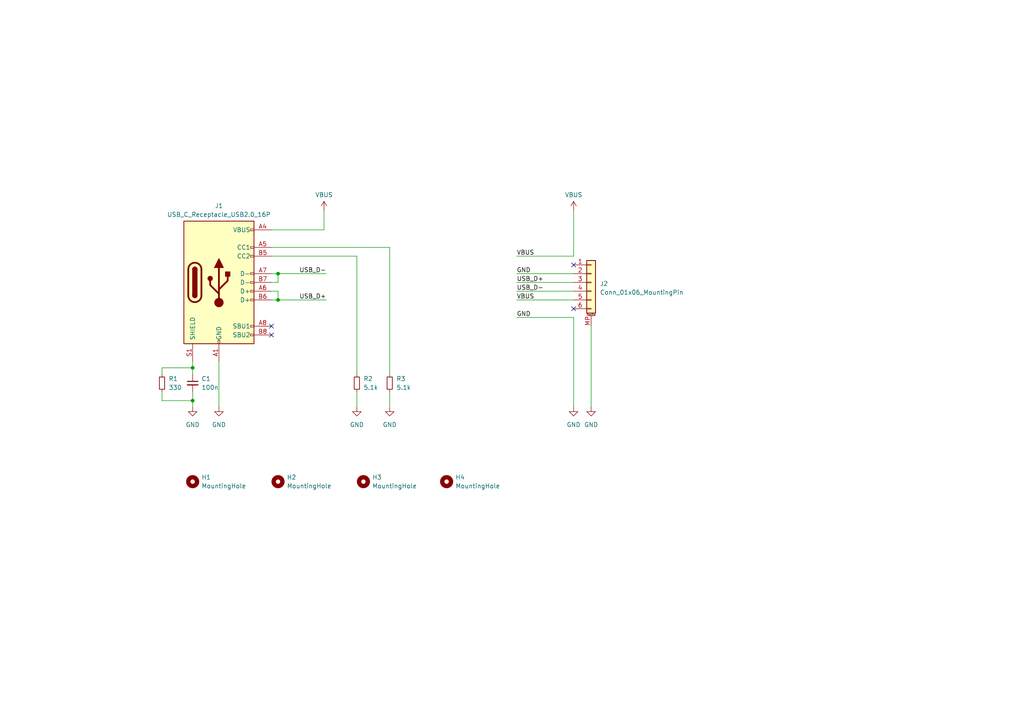
<source format=kicad_sch>
(kicad_sch (version 20231120) (generator "eeschema") (generator_version "8.0")
  (paper "A4")
  (lib_symbols
    (symbol "Connector:USB_C_Receptacle_USB2.0_16P" (pin_names (offset 1.016))
      (property "Reference" "J" (at 0 22.225 0))
      (property "Value" "USB_C_Receptacle_USB2.0_16P" (at 0 19.685 0))
      (symbol "USB_C_Receptacle_USB2.0_16P_0_0"
        (rectangle (start -0.254 -17.78) (end 0.254 -16.764))
        (rectangle (start 10.16 -14.986) (end 9.144 -15.494))
        (rectangle (start 10.16 -12.446) (end 9.144 -12.954))
        (rectangle (start 10.16 -4.826) (end 9.144 -5.334))
        (rectangle (start 10.16 -2.286) (end 9.144 -2.794))
        (rectangle (start 10.16 0.254) (end 9.144 -0.254))
        (rectangle (start 10.16 2.794) (end 9.144 2.286))
        (rectangle (start 10.16 7.874) (end 9.144 7.366))
        (rectangle (start 10.16 10.414) (end 9.144 9.906))
        (rectangle (start 10.16 15.494) (end 9.144 14.986))
      )
      (symbol "USB_C_Receptacle_USB2.0_16P_0_1"
        (rectangle (start -10.16 17.78) (end 10.16 -17.78) (stroke (width 0.254)) (fill (type background)))
        (arc (start -8.89 -3.81) (mid -6.985 -5.7067) (end -5.08 -3.81) (stroke (width 0.508)))
        (arc (start -7.62 -3.81) (mid -6.985 -4.4423) (end -6.35 -3.81) (stroke (width 0.254)))
        (arc (start -7.62 -3.81) (mid -6.985 -4.4423) (end -6.35 -3.81) (stroke (width 0.254)) (fill (type outline)))
        (rectangle (start -7.62 -3.81) (end -6.35 3.81) (stroke (width 0.254)) (fill (type outline)))
        (arc (start -6.35 3.81) (mid -6.985 4.4423) (end -7.62 3.81) (stroke (width 0.254)))
        (arc (start -6.35 3.81) (mid -6.985 4.4423) (end -7.62 3.81) (stroke (width 0.254)) (fill (type outline)))
        (arc (start -5.08 3.81) (mid -6.985 5.7067) (end -8.89 3.81) (stroke (width 0.508)))
        (circle (center -2.54 1.143) (radius 0.635) (stroke (width 0.254)) (fill (type outline)))
        (circle (center 0 -5.842) (radius 1.27) (fill (type outline)))
        (polyline (pts (xy -8.89 -3.81) (xy -8.89 3.81)) (stroke (width 0.508)))
        (polyline (pts (xy -5.08 3.81) (xy -5.08 -3.81)) (stroke (width 0.508)))
        (polyline (pts (xy 0 -5.842) (xy 0 4.318)) (stroke (width 0.508)))
        (polyline (pts (xy 0 -3.302) (xy -2.54 -0.762) (xy -2.54 0.508)) (stroke (width 0.508)))
        (polyline (pts (xy 0 -2.032) (xy 2.54 0.508) (xy 2.54 1.778)) (stroke (width 0.508)))
        (polyline (pts (xy -1.27 4.318) (xy 0 6.858) (xy 1.27 4.318) (xy -1.27 4.318)) (stroke (width 0.254)) (fill (type outline)))
        (rectangle (start 1.905 1.778) (end 3.175 3.048) (stroke (width 0.254)) (fill (type outline)))
      )
      (symbol "USB_C_Receptacle_USB2.0_16P_1_1"
        (pin passive line (at 0 -22.86 90) (length 5.08) (name "GND") (number "A1"))
        (pin passive line (at 0 -22.86 90) (length 5.08) hide (name "GND") (number "A12"))
        (pin passive line (at 15.24 15.24 180) (length 5.08) (name "VBUS") (number "A4"))
        (pin bidirectional line (at 15.24 10.16 180) (length 5.08) (name "CC1") (number "A5"))
        (pin bidirectional line (at 15.24 -2.54 180) (length 5.08) (name "D+") (number "A6"))
        (pin bidirectional line (at 15.24 2.54 180) (length 5.08) (name "D-") (number "A7"))
        (pin bidirectional line (at 15.24 -12.7 180) (length 5.08) (name "SBU1") (number "A8"))
        (pin passive line (at 15.24 15.24 180) (length 5.08) hide (name "VBUS") (number "A9"))
        (pin passive line (at 0 -22.86 90) (length 5.08) hide (name "GND") (number "B1"))
        (pin passive line (at 0 -22.86 90) (length 5.08) hide (name "GND") (number "B12"))
        (pin passive line (at 15.24 15.24 180) (length 5.08) hide (name "VBUS") (number "B4"))
        (pin bidirectional line (at 15.24 7.62 180) (length 5.08) (name "CC2") (number "B5"))
        (pin bidirectional line (at 15.24 -5.08 180) (length 5.08) (name "D+") (number "B6"))
        (pin bidirectional line (at 15.24 0 180) (length 5.08) (name "D-") (number "B7"))
        (pin bidirectional line (at 15.24 -15.24 180) (length 5.08) (name "SBU2") (number "B8"))
        (pin passive line (at 15.24 15.24 180) (length 5.08) hide (name "VBUS") (number "B9"))
        (pin passive line (at -7.62 -22.86 90) (length 5.08) (name "SHIELD") (number "S1"))
      )
    )
    (symbol "Connector_Generic_MountingPin:Conn_01x06_MountingPin" (pin_names (offset 1.016) hide)
      (property "Reference" "J" (at 0 7.62 0))
      (property "Value" "Conn_01x06_MountingPin" (at 1.27 -10.16 0))
      (symbol "Conn_01x06_MountingPin_1_1"
        (rectangle (start -1.27 -7.493) (end 0 -7.747) (stroke (width 0.1524)))
        (rectangle (start -1.27 -4.953) (end 0 -5.207) (stroke (width 0.1524)))
        (rectangle (start -1.27 -2.413) (end 0 -2.667) (stroke (width 0.1524)))
        (rectangle (start -1.27 0.127) (end 0 -0.127) (stroke (width 0.1524)))
        (rectangle (start -1.27 2.667) (end 0 2.413) (stroke (width 0.1524)))
        (rectangle (start -1.27 5.207) (end 0 4.953) (stroke (width 0.1524)))
        (rectangle (start -1.27 6.35) (end 1.27 -8.89) (stroke (width 0.254)) (fill (type background)))
        (polyline (pts (xy -1.016 -9.652) (xy 1.016 -9.652)) (stroke (width 0.1524)))
        (text "Mounting" (at 0 -9.271 0) (effects (font (size 0.381 0.381))))
        (pin passive line (at -5.08 5.08 0) (length 3.81) (name "Pin_1") (number "1"))
        (pin passive line (at -5.08 2.54 0) (length 3.81) (name "Pin_2") (number "2"))
        (pin passive line (at -5.08 0 0) (length 3.81) (name "Pin_3") (number "3"))
        (pin passive line (at -5.08 -2.54 0) (length 3.81) (name "Pin_4") (number "4"))
        (pin passive line (at -5.08 -5.08 0) (length 3.81) (name "Pin_5") (number "5"))
        (pin passive line (at -5.08 -7.62 0) (length 3.81) (name "Pin_6") (number "6"))
        (pin passive line (at 0 -12.7 90) (length 3.048) (name "MountPin") (number "MP"))
      )
    )
    (symbol "Device:C_Small" (pin_numbers hide) (pin_names (offset 0.254) hide)
      (property "Reference" "C" (at 0.254 1.778 0))
      (property "Value" "C_Small" (at 0.254 -2.032 0))
      (symbol "C_Small_0_1"
        (polyline (pts (xy -1.524 -0.508) (xy 1.524 -0.508)) (stroke (width 0.3302)))
        (polyline (pts (xy -1.524 0.508) (xy 1.524 0.508)) (stroke (width 0.3048)))
      )
      (symbol "C_Small_1_1"
        (pin passive line (at 0 2.54 270) (length 2.032) (name "~") (number "1"))
        (pin passive line (at 0 -2.54 90) (length 2.032) (name "~") (number "2"))
      )
    )
    (symbol "Device:R_Small" (pin_numbers hide) (pin_names (offset 0.254) hide)
      (property "Reference" "R" (at 0.762 0.508 0))
      (property "Value" "R_Small" (at 0.762 -1.016 0))
      (symbol "R_Small_0_1"
        (rectangle (start -0.762 1.778) (end 0.762 -1.778) (stroke (width 0.2032)))
      )
      (symbol "R_Small_1_1"
        (pin passive line (at 0 2.54 270) (length 0.762) (name "~") (number "1"))
        (pin passive line (at 0 -2.54 90) (length 0.762) (name "~") (number "2"))
      )
    )
    (symbol "Mechanical:MountingHole" (pin_names (offset 1.016))
      (property "Reference" "H" (at 0 5.08 0))
      (property "Value" "MountingHole" (at 0 3.175 0))
      (symbol "MountingHole_0_1"
        (circle (center 0 0) (radius 1.27) (stroke (width 1.27)))
      )
    )
    (symbol "power:GND" (power) (pin_names (offset 0))
      (property "Value" "GND" (at 0 -3.81 0))
      (symbol "GND_0_1"
        (polyline (pts (xy 0 0) (xy 0 -1.27) (xy 1.27 -1.27) (xy 0 -2.54) (xy -1.27 -1.27) (xy 0 -1.27)))
      )
      (symbol "GND_1_1"
        (pin power_in line (at 0 0 270) (length 0) hide (name "GND") (number "1"))
      )
    )
    (symbol "power:VBUS" (power) (pin_names (offset 0))
      (property "Value" "VBUS" (at 0 3.81 0))
      (symbol "VBUS_0_1"
        (polyline (pts (xy -0.762 1.27) (xy 0 2.54)))
        (polyline (pts (xy 0 0) (xy 0 2.54)))
        (polyline (pts (xy 0 2.54) (xy 0.762 1.27)))
      )
      (symbol "VBUS_1_1"
        (pin power_in line (at 0 0 90) (length 0) hide (name "VBUS") (number "1"))
      )
    )
  )
  (junction (at 55.88 116.205))
  (junction (at 80.645 79.375))
  (junction (at 80.645 86.995))
  (junction (at 55.88 106.68))
  (no_connect (at 166.37 76.835))
  (no_connect (at 166.37 89.535))
  (no_connect (at 78.74 97.155))
  (no_connect (at 78.74 94.615))
  (wire (pts (xy 80.645 86.995) (xy 94.615 86.995)))
  (wire (pts (xy 113.03 113.665) (xy 113.03 118.11)))
  (wire (pts (xy 80.645 84.455) (xy 80.645 86.995)))
  (wire (pts (xy 46.99 106.68) (xy 55.88 106.68)))
  (wire (pts (xy 55.88 104.775) (xy 55.88 106.68)))
  (wire (pts (xy 103.505 113.665) (xy 103.505 118.11)))
  (wire (pts (xy 166.37 92.075) (xy 166.37 118.11)))
  (wire (pts (xy 55.88 113.665) (xy 55.88 116.205)))
  (wire (pts (xy 80.645 79.375) (xy 94.615 79.375)))
  (wire (pts (xy 149.86 81.915) (xy 166.37 81.915)))
  (wire (pts (xy 166.37 74.295) (xy 166.37 60.96)))
  (wire (pts (xy 171.45 94.615) (xy 171.45 118.11)))
  (wire (pts (xy 113.03 108.585) (xy 113.03 71.755)))
  (wire (pts (xy 149.86 84.455) (xy 166.37 84.455)))
  (wire (pts (xy 80.645 84.455) (xy 78.74 84.455)))
  (wire (pts (xy 103.505 74.295) (xy 78.74 74.295)))
  (wire (pts (xy 80.645 81.915) (xy 78.74 81.915)))
  (wire (pts (xy 103.505 108.585) (xy 103.505 74.295)))
  (wire (pts (xy 63.5 104.775) (xy 63.5 118.11)))
  (wire (pts (xy 149.86 86.995) (xy 166.37 86.995)))
  (wire (pts (xy 149.86 92.075) (xy 166.37 92.075)))
  (wire (pts (xy 113.03 71.755) (xy 78.74 71.755)))
  (wire (pts (xy 80.645 79.375) (xy 78.74 79.375)))
  (wire (pts (xy 149.86 74.295) (xy 166.37 74.295)))
  (wire (pts (xy 46.99 113.665) (xy 46.99 116.205)))
  (wire (pts (xy 149.86 79.375) (xy 166.37 79.375)))
  (wire (pts (xy 55.88 116.205) (xy 55.88 118.11)))
  (wire (pts (xy 46.99 116.205) (xy 55.88 116.205)))
  (wire (pts (xy 55.88 106.68) (xy 55.88 108.585)))
  (wire (pts (xy 80.645 79.375) (xy 80.645 81.915)))
  (wire (pts (xy 93.98 66.675) (xy 78.74 66.675)))
  (wire (pts (xy 93.98 60.96) (xy 93.98 66.675)))
  (wire (pts (xy 46.99 108.585) (xy 46.99 106.68)))
  (wire (pts (xy 80.645 86.995) (xy 78.74 86.995)))
  (label "USB_D-" (at 149.86 84.455 0))
  (label "VBUS" (at 149.86 86.995 0))
  (label "USB_D+" (at 149.86 81.915 0))
  (label "VBUS" (at 149.86 74.295 0))
  (label "GND" (at 149.86 92.075 0))
  (label "USB_D+" (at 94.615 86.995 180))
  (label "GND" (at 149.86 79.375 0))
  (label "USB_D-" (at 94.615 79.375 180))
  (symbol (lib_id "Mechanical:MountingHole") (at 129.54 139.7 0) (unit 1)
    (property "Reference" "H4" (at 132.08 138.43 0) (effects (justify left)))
    (property "Value" "MountingHole" (at 132.08 140.97 0) (effects (justify left)))
    (property "Footprint" "MountingHole:MountingHole_2.2mm_M2" (effects (hide yes)))
  )
  (symbol (lib_id "power:GND") (at 166.37 118.11 0) (unit 1)
    (property "Reference" "#PWR07" (effects (hide yes)))
    (property "Value" "GND" (at 166.37 123.19 0))
  )
  (symbol (lib_id "power:VBUS") (at 166.37 60.96 0) (unit 1)
    (property "Reference" "#PWR02" (effects (hide yes)))
    (property "Value" "VBUS" (at 166.37 56.515 0))
  )
  (symbol (lib_id "Device:R_Small") (at 46.99 111.125 0) (unit 1)
    (property "Reference" "R1" (at 48.895 109.855 0) (effects (justify left)))
    (property "Value" "330" (at 48.895 112.395 0) (effects (justify left)))
    (property "Footprint" "Resistor_SMD:R_0603_1608Metric" (effects (hide yes)))
  )
  (symbol (lib_id "Mechanical:MountingHole") (at 55.88 139.7 0) (unit 1)
    (property "Reference" "H1" (at 58.42 138.43 0) (effects (justify left)))
    (property "Value" "MountingHole" (at 58.42 140.97 0) (effects (justify left)))
    (property "Footprint" "MountingHole:MountingHole_2.2mm_M2" (effects (hide yes)))
  )
  (symbol (lib_id "Connector_Generic_MountingPin:Conn_01x06_MountingPin") (at 171.45 81.915 0) (unit 1)
    (property "Reference" "J2" (at 173.99 82.2706 0) (effects (justify left)))
    (property "Value" "Conn_01x06_MountingPin" (at 173.99 84.8106 0) (effects (justify left)))
    (property "Footprint" "Connector_JST:JST_SH_SM06B-SRSS-TB_1x06-1MP_P1.00mm_Horizontal" (effects (hide yes)))
  )
  (symbol (lib_id "power:GND") (at 63.5 118.11 0) (unit 1)
    (property "Reference" "#PWR04" (effects (hide yes)))
    (property "Value" "GND" (at 63.5 123.19 0))
  )
  (symbol (lib_id "power:VBUS") (at 93.98 60.96 0) (unit 1)
    (property "Reference" "#PWR01" (effects (hide yes)))
    (property "Value" "VBUS" (at 93.98 56.515 0))
  )
  (symbol (lib_id "Mechanical:MountingHole") (at 80.645 139.7 0) (unit 1)
    (property "Reference" "H2" (at 83.185 138.43 0) (effects (justify left)))
    (property "Value" "MountingHole" (at 83.185 140.97 0) (effects (justify left)))
    (property "Footprint" "MountingHole:MountingHole_2.2mm_M2" (effects (hide yes)))
  )
  (symbol (lib_id "power:GND") (at 113.03 118.11 0) (unit 1)
    (property "Reference" "#PWR06" (effects (hide yes)))
    (property "Value" "GND" (at 113.03 123.19 0))
  )
  (symbol (lib_id "power:GND") (at 171.45 118.11 0) (unit 1)
    (property "Reference" "#PWR08" (effects (hide yes)))
    (property "Value" "GND" (at 171.45 123.19 0))
  )
  (symbol (lib_id "Device:R_Small") (at 113.03 111.125 0) (unit 1)
    (property "Reference" "R3" (at 114.935 109.855 0) (effects (justify left)))
    (property "Value" "5.1k" (at 114.935 112.395 0) (effects (justify left)))
    (property "Footprint" "Resistor_SMD:R_0603_1608Metric" (effects (hide yes)))
  )
  (symbol (lib_id "power:GND") (at 55.88 118.11 0) (unit 1)
    (property "Reference" "#PWR03" (effects (hide yes)))
    (property "Value" "GND" (at 55.88 123.19 0))
  )
  (symbol (lib_id "power:GND") (at 103.505 118.11 0) (unit 1)
    (property "Reference" "#PWR05" (effects (hide yes)))
    (property "Value" "GND" (at 103.505 123.19 0))
  )
  (symbol (lib_id "Device:R_Small") (at 103.505 111.125 0) (unit 1)
    (property "Reference" "R2" (at 105.41 109.855 0) (effects (justify left)))
    (property "Value" "5.1k" (at 105.41 112.395 0) (effects (justify left)))
    (property "Footprint" "Resistor_SMD:R_0603_1608Metric" (effects (hide yes)))
  )
  (symbol (lib_id "Connector:USB_C_Receptacle_USB2.0_16P") (at 63.5 81.915 0) (unit 1)
    (property "Reference" "J1" (at 63.5 59.69 0))
    (property "Value" "USB_C_Receptacle_USB2.0_16P" (at 63.5 62.23 0))
    (property "Footprint" "Connector_USB:USB_C_Receptacle_HRO_TYPE-C-31-M-12" (effects (hide yes)))
    (property "Datasheet" "https://www.usb.org/sites/default/files/documents/usb_type-c.zip" (effects (hide yes)))
  )
  (symbol (lib_id "Device:C_Small") (at 55.88 111.125 0) (unit 1)
    (property "Reference" "C1" (at 58.42 109.855 0) (effects (justify left)))
    (property "Value" "100n" (at 58.42 112.395 0) (effects (justify left)))
    (property "Footprint" "Capacitor_SMD:C_0603_1608Metric" (effects (hide yes)))
  )
  (symbol (lib_id "Mechanical:MountingHole") (at 105.41 139.7 0) (unit 1)
    (property "Reference" "H3" (at 107.95 138.43 0) (effects (justify left)))
    (property "Value" "MountingHole" (at 107.95 140.97 0) (effects (justify left)))
    (property "Footprint" "MountingHole:MountingHole_2.2mm_M2" (effects (hide yes)))
  )
)
</source>
